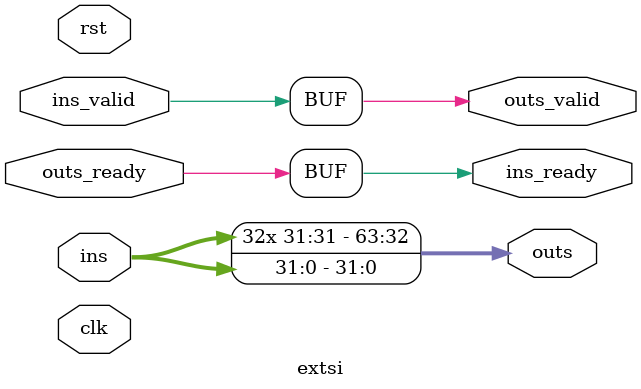
<source format=v>
`timescale 1ns/1ps
module extsi #(
  parameter INPUT_WIDTH = 32,
  parameter OUTPUT_WIDTH = 64
)(
  // inputs
  input  clk,
  input  rst,
  input  [INPUT_WIDTH - 1 : 0] ins,
  input  ins_valid,
  output  ins_ready,
  // outputs
  output [OUTPUT_WIDTH - 1 : 0] outs,
  output outs_valid,
  input outs_ready
);

  assign outs = {{(OUTPUT_WIDTH - INPUT_WIDTH){ins[INPUT_WIDTH - 1]}}, ins};
  assign outs_valid = ins_valid;
  assign ins_ready = outs_ready;

endmodule
</source>
